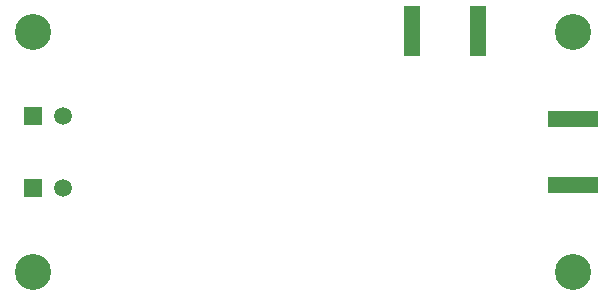
<source format=gbr>
%TF.GenerationSoftware,Altium Limited,Altium Designer,22.5.1 (42)*%
G04 Layer_Color=255*
%FSLAX26Y26*%
%MOIN*%
%TF.SameCoordinates,B04901F9-BF46-49F9-850C-5E78856F6392*%
%TF.FilePolarity,Positive*%
%TF.FileFunction,Pads,Bot*%
%TF.Part,Single*%
G01*
G75*
%TA.AperFunction,ConnectorPad*%
%ADD11R,0.165354X0.053150*%
%TA.AperFunction,SMDPad,CuDef*%
%ADD12R,0.053150X0.165354*%
%TA.AperFunction,ComponentPad*%
%ADD21C,0.059055*%
%ADD22R,0.059055X0.059055*%
%TA.AperFunction,WasherPad*%
%ADD23C,0.120000*%
D11*
X2902126Y1388780D02*
D03*
Y1611220D02*
D03*
D12*
X2363780Y1902126D02*
D03*
X2586220D02*
D03*
D21*
X1200000Y1380000D02*
D03*
Y1620000D02*
D03*
D22*
X1100000Y1380000D02*
D03*
Y1620000D02*
D03*
D23*
Y1900000D02*
D03*
Y1100000D02*
D03*
X2900000D02*
D03*
Y1900000D02*
D03*
%TF.MD5,3392d943289973dffa766713912d4fb1*%
M02*

</source>
